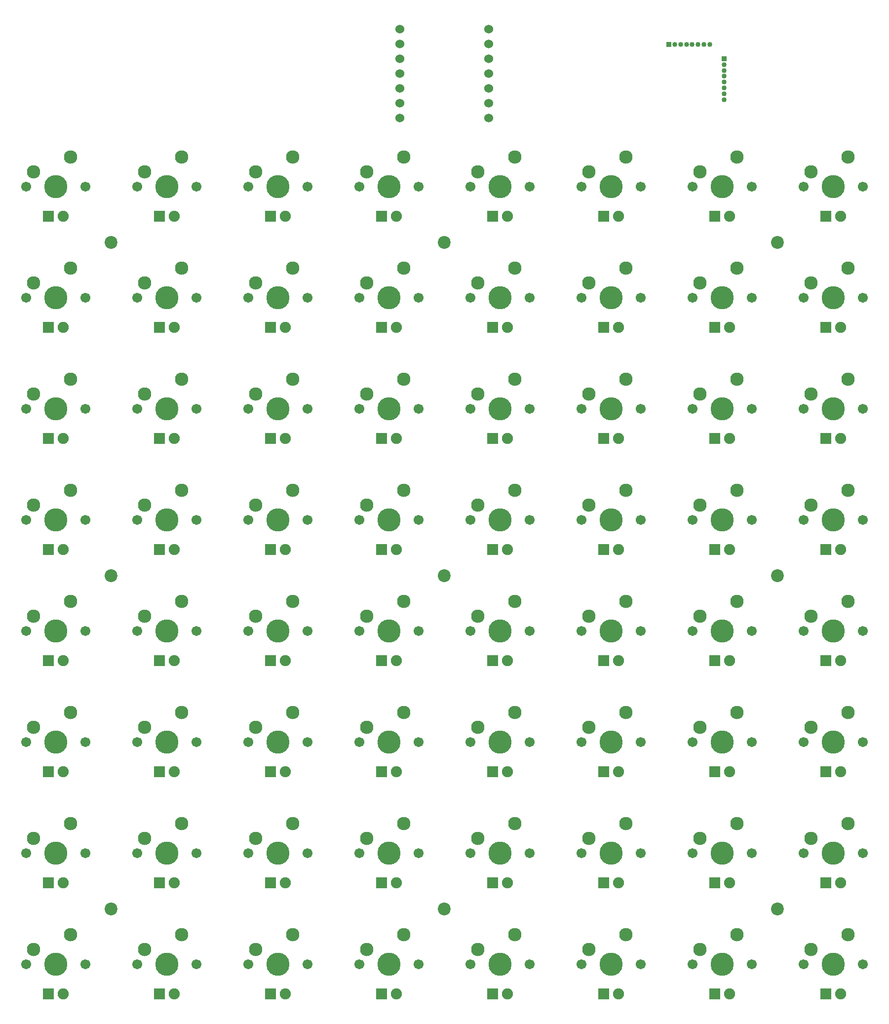
<source format=gbs>
%TF.GenerationSoftware,KiCad,Pcbnew,9.0.2*%
%TF.CreationDate,2025-06-29T11:42:18-07:00*%
%TF.ProjectId,Grid64_v3,47726964-3634-45f7-9633-2e6b69636164,rev?*%
%TF.SameCoordinates,Original*%
%TF.FileFunction,Soldermask,Bot*%
%TF.FilePolarity,Negative*%
%FSLAX46Y46*%
G04 Gerber Fmt 4.6, Leading zero omitted, Abs format (unit mm)*
G04 Created by KiCad (PCBNEW 9.0.2) date 2025-06-29 11:42:18*
%MOMM*%
%LPD*%
G01*
G04 APERTURE LIST*
%ADD10R,1.905000X1.905000*%
%ADD11C,1.905000*%
%ADD12C,1.701800*%
%ADD13C,3.987800*%
%ADD14C,2.300000*%
%ADD15R,0.850000X0.850000*%
%ADD16C,0.850000*%
%ADD17C,2.200000*%
%ADD18C,1.524000*%
G04 APERTURE END LIST*
D10*
%TO.C,L14*%
X134778800Y-86201200D03*
D11*
X137318800Y-86201200D03*
%TD*%
D12*
%TO.C,S60*%
X92868800Y-195421200D03*
D13*
X97948800Y-195421200D03*
D12*
X103028800Y-195421200D03*
D14*
X94138800Y-192881200D03*
X100488800Y-190341200D03*
%TD*%
D12*
%TO.C,S22*%
X130968800Y-100171200D03*
D13*
X136048800Y-100171200D03*
D12*
X141128800Y-100171200D03*
D14*
X132238800Y-97631200D03*
X138588800Y-95091200D03*
%TD*%
D12*
%TO.C,S38*%
X130968800Y-138271200D03*
D13*
X136048800Y-138271200D03*
D12*
X141128800Y-138271200D03*
D14*
X132238800Y-135731200D03*
X138588800Y-133191200D03*
%TD*%
D10*
%TO.C,L52*%
X96678800Y-181451200D03*
D11*
X99218800Y-181451200D03*
%TD*%
D12*
%TO.C,S43*%
X73818800Y-157321200D03*
D13*
X78898800Y-157321200D03*
D12*
X83978800Y-157321200D03*
D14*
X75088800Y-154781200D03*
X81438800Y-152241200D03*
%TD*%
D10*
%TO.C,L22*%
X134778800Y-105251200D03*
D11*
X137318800Y-105251200D03*
%TD*%
D12*
%TO.C,S8*%
X169068800Y-62071200D03*
D13*
X174148800Y-62071200D03*
D12*
X179228800Y-62071200D03*
D14*
X170338800Y-59531200D03*
X176688800Y-56991200D03*
%TD*%
D12*
%TO.C,S35*%
X73818800Y-138271200D03*
D13*
X78898800Y-138271200D03*
D12*
X83978800Y-138271200D03*
D14*
X75088800Y-135731200D03*
X81438800Y-133191200D03*
%TD*%
D12*
%TO.C,S49*%
X35718800Y-176371200D03*
D13*
X40798800Y-176371200D03*
D12*
X45878800Y-176371200D03*
D14*
X36988800Y-173831200D03*
X43338800Y-171291200D03*
%TD*%
D10*
%TO.C,L64*%
X172878800Y-200501200D03*
D11*
X175418800Y-200501200D03*
%TD*%
D12*
%TO.C,S9*%
X35718800Y-81121200D03*
D13*
X40798800Y-81121200D03*
D12*
X45878800Y-81121200D03*
D14*
X36988800Y-78581200D03*
X43338800Y-76041200D03*
%TD*%
D15*
%TO.C,J3*%
X155473725Y-40115000D03*
D16*
X155473725Y-41115000D03*
X155473725Y-42115000D03*
X155473725Y-43115000D03*
X155473725Y-44115000D03*
X155473725Y-45115000D03*
X155473725Y-46115000D03*
X155473725Y-47115000D03*
%TD*%
D10*
%TO.C,L26*%
X58578800Y-124301200D03*
D11*
X61118800Y-124301200D03*
%TD*%
D10*
%TO.C,L44*%
X96678800Y-162401200D03*
D11*
X99218800Y-162401200D03*
%TD*%
D12*
%TO.C,S5*%
X111918800Y-62071200D03*
D13*
X116998800Y-62071200D03*
D12*
X122078800Y-62071200D03*
D14*
X113188800Y-59531200D03*
X119538800Y-56991200D03*
%TD*%
D17*
%TO.C,H5*%
X107473800Y-128746200D03*
%TD*%
D10*
%TO.C,L7*%
X153828800Y-67151200D03*
D11*
X156368800Y-67151200D03*
%TD*%
D17*
%TO.C,H1*%
X50323800Y-71596200D03*
%TD*%
D10*
%TO.C,L6*%
X134778800Y-67151200D03*
D11*
X137318800Y-67151200D03*
%TD*%
D17*
%TO.C,H3*%
X164623800Y-71596200D03*
%TD*%
D10*
%TO.C,L51*%
X77628800Y-181451200D03*
D11*
X80168800Y-181451200D03*
%TD*%
D12*
%TO.C,S27*%
X73818800Y-119221200D03*
D13*
X78898800Y-119221200D03*
D12*
X83978800Y-119221200D03*
D14*
X75088800Y-116681200D03*
X81438800Y-114141200D03*
%TD*%
D12*
%TO.C,S12*%
X92868800Y-81121200D03*
D13*
X97948800Y-81121200D03*
D12*
X103028800Y-81121200D03*
D14*
X94138800Y-78581200D03*
X100488800Y-76041200D03*
%TD*%
D10*
%TO.C,L31*%
X153828800Y-124301200D03*
D11*
X156368800Y-124301200D03*
%TD*%
D10*
%TO.C,L55*%
X153828800Y-181451200D03*
D11*
X156368800Y-181451200D03*
%TD*%
D10*
%TO.C,L60*%
X96678800Y-200501200D03*
D11*
X99218800Y-200501200D03*
%TD*%
D12*
%TO.C,S40*%
X169068800Y-138271200D03*
D13*
X174148800Y-138271200D03*
D12*
X179228800Y-138271200D03*
D14*
X170338800Y-135731200D03*
X176688800Y-133191200D03*
%TD*%
D10*
%TO.C,L61*%
X115728800Y-200501200D03*
D11*
X118268800Y-200501200D03*
%TD*%
D12*
%TO.C,S17*%
X35718800Y-100171200D03*
D13*
X40798800Y-100171200D03*
D12*
X45878800Y-100171200D03*
D14*
X36988800Y-97631200D03*
X43338800Y-95091200D03*
%TD*%
D10*
%TO.C,L58*%
X58578800Y-200501200D03*
D11*
X61118800Y-200501200D03*
%TD*%
D12*
%TO.C,S18*%
X54768800Y-100171200D03*
D13*
X59848800Y-100171200D03*
D12*
X64928800Y-100171200D03*
D14*
X56038800Y-97631200D03*
X62388800Y-95091200D03*
%TD*%
D12*
%TO.C,S16*%
X169068800Y-81121200D03*
D13*
X174148800Y-81121200D03*
D12*
X179228800Y-81121200D03*
D14*
X170338800Y-78581200D03*
X176688800Y-76041200D03*
%TD*%
D10*
%TO.C,L3*%
X77628800Y-67151200D03*
D11*
X80168800Y-67151200D03*
%TD*%
D12*
%TO.C,S25*%
X35718800Y-119221200D03*
D13*
X40798800Y-119221200D03*
D12*
X45878800Y-119221200D03*
D14*
X36988800Y-116681200D03*
X43338800Y-114141200D03*
%TD*%
D12*
%TO.C,S61*%
X111918800Y-195421200D03*
D13*
X116998800Y-195421200D03*
D12*
X122078800Y-195421200D03*
D14*
X113188800Y-192881200D03*
X119538800Y-190341200D03*
%TD*%
D12*
%TO.C,S58*%
X54768800Y-195421200D03*
D13*
X59848800Y-195421200D03*
D12*
X64928800Y-195421200D03*
D14*
X56038800Y-192881200D03*
X62388800Y-190341200D03*
%TD*%
D12*
%TO.C,S31*%
X150018800Y-119221200D03*
D13*
X155098800Y-119221200D03*
D12*
X160178800Y-119221200D03*
D14*
X151288800Y-116681200D03*
X157638800Y-114141200D03*
%TD*%
D10*
%TO.C,L1*%
X39528800Y-67151200D03*
D11*
X42068800Y-67151200D03*
%TD*%
D10*
%TO.C,L8*%
X172878800Y-67151200D03*
D11*
X175418800Y-67151200D03*
%TD*%
D10*
%TO.C,L54*%
X134778800Y-181451200D03*
D11*
X137318800Y-181451200D03*
%TD*%
D12*
%TO.C,S32*%
X169068800Y-119221200D03*
D13*
X174148800Y-119221200D03*
D12*
X179228800Y-119221200D03*
D14*
X170338800Y-116681200D03*
X176688800Y-114141200D03*
%TD*%
D12*
%TO.C,S41*%
X35718800Y-157321200D03*
D13*
X40798800Y-157321200D03*
D12*
X45878800Y-157321200D03*
D14*
X36988800Y-154781200D03*
X43338800Y-152241200D03*
%TD*%
D10*
%TO.C,L30*%
X134778800Y-124301200D03*
D11*
X137318800Y-124301200D03*
%TD*%
D10*
%TO.C,L18*%
X58578800Y-105251200D03*
D11*
X61118800Y-105251200D03*
%TD*%
D17*
%TO.C,H2*%
X107473800Y-71596200D03*
%TD*%
%TO.C,H4*%
X50323800Y-128746200D03*
%TD*%
D10*
%TO.C,L9*%
X39528800Y-86201200D03*
D11*
X42068800Y-86201200D03*
%TD*%
D17*
%TO.C,H7*%
X50323800Y-185896200D03*
%TD*%
D10*
%TO.C,L20*%
X96678800Y-105251200D03*
D11*
X99218800Y-105251200D03*
%TD*%
D10*
%TO.C,L34*%
X58578800Y-143351200D03*
D11*
X61118800Y-143351200D03*
%TD*%
D10*
%TO.C,L32*%
X172878800Y-124301200D03*
D11*
X175418800Y-124301200D03*
%TD*%
D10*
%TO.C,L27*%
X77628800Y-124301200D03*
D11*
X80168800Y-124301200D03*
%TD*%
D12*
%TO.C,S51*%
X73818800Y-176371200D03*
D13*
X78898800Y-176371200D03*
D12*
X83978800Y-176371200D03*
D14*
X75088800Y-173831200D03*
X81438800Y-171291200D03*
%TD*%
D10*
%TO.C,L57*%
X39528800Y-200501200D03*
D11*
X42068800Y-200501200D03*
%TD*%
D12*
%TO.C,S7*%
X150018800Y-62071200D03*
D13*
X155098800Y-62071200D03*
D12*
X160178800Y-62071200D03*
D14*
X151288800Y-59531200D03*
X157638800Y-56991200D03*
%TD*%
D12*
%TO.C,S37*%
X111918800Y-138271200D03*
D13*
X116998800Y-138271200D03*
D12*
X122078800Y-138271200D03*
D14*
X113188800Y-135731200D03*
X119538800Y-133191200D03*
%TD*%
D10*
%TO.C,L43*%
X77628800Y-162401200D03*
D11*
X80168800Y-162401200D03*
%TD*%
D12*
%TO.C,S14*%
X130968800Y-81121200D03*
D13*
X136048800Y-81121200D03*
D12*
X141128800Y-81121200D03*
D14*
X132238800Y-78581200D03*
X138588800Y-76041200D03*
%TD*%
D10*
%TO.C,L2*%
X58578800Y-67151200D03*
D11*
X61118800Y-67151200D03*
%TD*%
D12*
%TO.C,S1*%
X35718800Y-62071200D03*
D13*
X40798800Y-62071200D03*
D12*
X45878800Y-62071200D03*
D14*
X36988800Y-59531200D03*
X43338800Y-56991200D03*
%TD*%
D10*
%TO.C,L33*%
X39528800Y-143351200D03*
D11*
X42068800Y-143351200D03*
%TD*%
D10*
%TO.C,L62*%
X134778800Y-200501200D03*
D11*
X137318800Y-200501200D03*
%TD*%
D12*
%TO.C,S34*%
X54768800Y-138271200D03*
D13*
X59848800Y-138271200D03*
D12*
X64928800Y-138271200D03*
D14*
X56038800Y-135731200D03*
X62388800Y-133191200D03*
%TD*%
D12*
%TO.C,S2*%
X54768800Y-62071200D03*
D13*
X59848800Y-62071200D03*
D12*
X64928800Y-62071200D03*
D14*
X56038800Y-59531200D03*
X62388800Y-56991200D03*
%TD*%
D12*
%TO.C,S63*%
X150018800Y-195421200D03*
D13*
X155098800Y-195421200D03*
D12*
X160178800Y-195421200D03*
D14*
X151288800Y-192881200D03*
X157638800Y-190341200D03*
%TD*%
D12*
%TO.C,S20*%
X92868800Y-100171200D03*
D13*
X97948800Y-100171200D03*
D12*
X103028800Y-100171200D03*
D14*
X94138800Y-97631200D03*
X100488800Y-95091200D03*
%TD*%
D12*
%TO.C,S13*%
X111918800Y-81121200D03*
D13*
X116998800Y-81121200D03*
D12*
X122078800Y-81121200D03*
D14*
X113188800Y-78581200D03*
X119538800Y-76041200D03*
%TD*%
D10*
%TO.C,L41*%
X39528800Y-162401200D03*
D11*
X42068800Y-162401200D03*
%TD*%
D10*
%TO.C,L19*%
X77628800Y-105251200D03*
D11*
X80168800Y-105251200D03*
%TD*%
D10*
%TO.C,L42*%
X58578800Y-162401200D03*
D11*
X61118800Y-162401200D03*
%TD*%
D12*
%TO.C,S3*%
X73818800Y-62071200D03*
D13*
X78898800Y-62071200D03*
D12*
X83978800Y-62071200D03*
D14*
X75088800Y-59531200D03*
X81438800Y-56991200D03*
%TD*%
D10*
%TO.C,L5*%
X115728800Y-67151200D03*
D11*
X118268800Y-67151200D03*
%TD*%
D10*
%TO.C,L11*%
X77628800Y-86201200D03*
D11*
X80168800Y-86201200D03*
%TD*%
D10*
%TO.C,L49*%
X39528800Y-181451200D03*
D11*
X42068800Y-181451200D03*
%TD*%
D10*
%TO.C,L16*%
X172878800Y-86201200D03*
D11*
X175418800Y-86201200D03*
%TD*%
D15*
%TO.C,J4*%
X145973725Y-37615000D03*
D16*
X146973725Y-37615000D03*
X147973725Y-37615000D03*
X148973725Y-37615000D03*
X149973725Y-37615000D03*
X150973725Y-37615000D03*
X151973725Y-37615000D03*
X152973725Y-37615000D03*
%TD*%
D10*
%TO.C,L24*%
X172878800Y-105251200D03*
D11*
X175418800Y-105251200D03*
%TD*%
D12*
%TO.C,S56*%
X169068800Y-176371200D03*
D13*
X174148800Y-176371200D03*
D12*
X179228800Y-176371200D03*
D14*
X170338800Y-173831200D03*
X176688800Y-171291200D03*
%TD*%
D12*
%TO.C,S52*%
X92868800Y-176371200D03*
D13*
X97948800Y-176371200D03*
D12*
X103028800Y-176371200D03*
D14*
X94138800Y-173831200D03*
X100488800Y-171291200D03*
%TD*%
D12*
%TO.C,S23*%
X150018800Y-100171200D03*
D13*
X155098800Y-100171200D03*
D12*
X160178800Y-100171200D03*
D14*
X151288800Y-97631200D03*
X157638800Y-95091200D03*
%TD*%
D10*
%TO.C,L50*%
X58578800Y-181451200D03*
D11*
X61118800Y-181451200D03*
%TD*%
D10*
%TO.C,L10*%
X58578800Y-86201200D03*
D11*
X61118800Y-86201200D03*
%TD*%
D10*
%TO.C,L29*%
X115728800Y-124301200D03*
D11*
X118268800Y-124301200D03*
%TD*%
D12*
%TO.C,S55*%
X150018800Y-176371200D03*
D13*
X155098800Y-176371200D03*
D12*
X160178800Y-176371200D03*
D14*
X151288800Y-173831200D03*
X157638800Y-171291200D03*
%TD*%
D10*
%TO.C,L45*%
X115728800Y-162401200D03*
D11*
X118268800Y-162401200D03*
%TD*%
D12*
%TO.C,S36*%
X92868800Y-138271200D03*
D13*
X97948800Y-138271200D03*
D12*
X103028800Y-138271200D03*
D14*
X94138800Y-135731200D03*
X100488800Y-133191200D03*
%TD*%
D12*
%TO.C,S64*%
X169068800Y-195421200D03*
D13*
X174148800Y-195421200D03*
D12*
X179228800Y-195421200D03*
D14*
X170338800Y-192881200D03*
X176688800Y-190341200D03*
%TD*%
D12*
%TO.C,S39*%
X150018800Y-138271200D03*
D13*
X155098800Y-138271200D03*
D12*
X160178800Y-138271200D03*
D14*
X151288800Y-135731200D03*
X157638800Y-133191200D03*
%TD*%
D12*
%TO.C,S29*%
X111918800Y-119221200D03*
D13*
X116998800Y-119221200D03*
D12*
X122078800Y-119221200D03*
D14*
X113188800Y-116681200D03*
X119538800Y-114141200D03*
%TD*%
D12*
%TO.C,S57*%
X35718800Y-195421200D03*
D13*
X40798800Y-195421200D03*
D12*
X45878800Y-195421200D03*
D14*
X36988800Y-192881200D03*
X43338800Y-190341200D03*
%TD*%
D10*
%TO.C,L37*%
X115728800Y-143351200D03*
D11*
X118268800Y-143351200D03*
%TD*%
D12*
%TO.C,S19*%
X73818800Y-100171200D03*
D13*
X78898800Y-100171200D03*
D12*
X83978800Y-100171200D03*
D14*
X75088800Y-97631200D03*
X81438800Y-95091200D03*
%TD*%
D10*
%TO.C,L48*%
X172878800Y-162401200D03*
D11*
X175418800Y-162401200D03*
%TD*%
D10*
%TO.C,L13*%
X115728800Y-86201200D03*
D11*
X118268800Y-86201200D03*
%TD*%
D17*
%TO.C,H8*%
X107473800Y-185896200D03*
%TD*%
D12*
%TO.C,S30*%
X130968800Y-119221200D03*
D13*
X136048800Y-119221200D03*
D12*
X141128800Y-119221200D03*
D14*
X132238800Y-116681200D03*
X138588800Y-114141200D03*
%TD*%
D12*
%TO.C,S24*%
X169068800Y-100171200D03*
D13*
X174148800Y-100171200D03*
D12*
X179228800Y-100171200D03*
D14*
X170338800Y-97631200D03*
X176688800Y-95091200D03*
%TD*%
D10*
%TO.C,L15*%
X153828800Y-86201200D03*
D11*
X156368800Y-86201200D03*
%TD*%
D12*
%TO.C,S47*%
X150018800Y-157321200D03*
D13*
X155098800Y-157321200D03*
D12*
X160178800Y-157321200D03*
D14*
X151288800Y-154781200D03*
X157638800Y-152241200D03*
%TD*%
D10*
%TO.C,L39*%
X153828800Y-143351200D03*
D11*
X156368800Y-143351200D03*
%TD*%
D10*
%TO.C,L35*%
X77628800Y-143351200D03*
D11*
X80168800Y-143351200D03*
%TD*%
D12*
%TO.C,S59*%
X73818800Y-195421200D03*
D13*
X78898800Y-195421200D03*
D12*
X83978800Y-195421200D03*
D14*
X75088800Y-192881200D03*
X81438800Y-190341200D03*
%TD*%
D12*
%TO.C,S62*%
X130968800Y-195421200D03*
D13*
X136048800Y-195421200D03*
D12*
X141128800Y-195421200D03*
D14*
X132238800Y-192881200D03*
X138588800Y-190341200D03*
%TD*%
D12*
%TO.C,S15*%
X150018800Y-81121200D03*
D13*
X155098800Y-81121200D03*
D12*
X160178800Y-81121200D03*
D14*
X151288800Y-78581200D03*
X157638800Y-76041200D03*
%TD*%
D12*
%TO.C,S46*%
X130968800Y-157321200D03*
D13*
X136048800Y-157321200D03*
D12*
X141128800Y-157321200D03*
D14*
X132238800Y-154781200D03*
X138588800Y-152241200D03*
%TD*%
D17*
%TO.C,H6*%
X164623800Y-128746200D03*
%TD*%
D12*
%TO.C,S4*%
X92868800Y-62071200D03*
D13*
X97948800Y-62071200D03*
D12*
X103028800Y-62071200D03*
D14*
X94138800Y-59531200D03*
X100488800Y-56991200D03*
%TD*%
D12*
%TO.C,S21*%
X111918800Y-100171200D03*
D13*
X116998800Y-100171200D03*
D12*
X122078800Y-100171200D03*
D14*
X113188800Y-97631200D03*
X119538800Y-95091200D03*
%TD*%
D12*
%TO.C,S28*%
X92868800Y-119221200D03*
D13*
X97948800Y-119221200D03*
D12*
X103028800Y-119221200D03*
D14*
X94138800Y-116681200D03*
X100488800Y-114141200D03*
%TD*%
D12*
%TO.C,S44*%
X92868800Y-157321200D03*
D13*
X97948800Y-157321200D03*
D12*
X103028800Y-157321200D03*
D14*
X94138800Y-154781200D03*
X100488800Y-152241200D03*
%TD*%
D10*
%TO.C,L59*%
X77628800Y-200501200D03*
D11*
X80168800Y-200501200D03*
%TD*%
D10*
%TO.C,L47*%
X153828800Y-162401200D03*
D11*
X156368800Y-162401200D03*
%TD*%
D10*
%TO.C,L40*%
X172878800Y-143351200D03*
D11*
X175418800Y-143351200D03*
%TD*%
D12*
%TO.C,S48*%
X169068800Y-157321200D03*
D13*
X174148800Y-157321200D03*
D12*
X179228800Y-157321200D03*
D14*
X170338800Y-154781200D03*
X176688800Y-152241200D03*
%TD*%
D12*
%TO.C,S33*%
X35718800Y-138271200D03*
D13*
X40798800Y-138271200D03*
D12*
X45878800Y-138271200D03*
D14*
X36988800Y-135731200D03*
X43338800Y-133191200D03*
%TD*%
D10*
%TO.C,L28*%
X96678800Y-124301200D03*
D11*
X99218800Y-124301200D03*
%TD*%
D10*
%TO.C,L25*%
X39528800Y-124301200D03*
D11*
X42068800Y-124301200D03*
%TD*%
D10*
%TO.C,L12*%
X96678800Y-86201200D03*
D11*
X99218800Y-86201200D03*
%TD*%
D12*
%TO.C,S10*%
X54768800Y-81121200D03*
D13*
X59848800Y-81121200D03*
D12*
X64928800Y-81121200D03*
D14*
X56038800Y-78581200D03*
X62388800Y-76041200D03*
%TD*%
D12*
%TO.C,S45*%
X111918800Y-157321200D03*
D13*
X116998800Y-157321200D03*
D12*
X122078800Y-157321200D03*
D14*
X113188800Y-154781200D03*
X119538800Y-152241200D03*
%TD*%
D12*
%TO.C,S53*%
X111918800Y-176371200D03*
D13*
X116998800Y-176371200D03*
D12*
X122078800Y-176371200D03*
D14*
X113188800Y-173831200D03*
X119538800Y-171291200D03*
%TD*%
D10*
%TO.C,L53*%
X115728800Y-181451200D03*
D11*
X118268800Y-181451200D03*
%TD*%
D12*
%TO.C,S54*%
X130968800Y-176371200D03*
D13*
X136048800Y-176371200D03*
D12*
X141128800Y-176371200D03*
D14*
X132238800Y-173831200D03*
X138588800Y-171291200D03*
%TD*%
D10*
%TO.C,L56*%
X172878800Y-181451200D03*
D11*
X175418800Y-181451200D03*
%TD*%
D12*
%TO.C,S11*%
X73818800Y-81121200D03*
D13*
X78898800Y-81121200D03*
D12*
X83978800Y-81121200D03*
D14*
X75088800Y-78581200D03*
X81438800Y-76041200D03*
%TD*%
D10*
%TO.C,L46*%
X134778800Y-162401200D03*
D11*
X137318800Y-162401200D03*
%TD*%
D12*
%TO.C,S42*%
X54768800Y-157321200D03*
D13*
X59848800Y-157321200D03*
D12*
X64928800Y-157321200D03*
D14*
X56038800Y-154781200D03*
X62388800Y-152241200D03*
%TD*%
D12*
%TO.C,S26*%
X54768800Y-119221200D03*
D13*
X59848800Y-119221200D03*
D12*
X64928800Y-119221200D03*
D14*
X56038800Y-116681200D03*
X62388800Y-114141200D03*
%TD*%
D10*
%TO.C,L23*%
X153828800Y-105251200D03*
D11*
X156368800Y-105251200D03*
%TD*%
D17*
%TO.C,H9*%
X164623800Y-185896200D03*
%TD*%
D10*
%TO.C,L21*%
X115728800Y-105251200D03*
D11*
X118268800Y-105251200D03*
%TD*%
D10*
%TO.C,L63*%
X153828800Y-200501200D03*
D11*
X156368800Y-200501200D03*
%TD*%
D10*
%TO.C,L36*%
X96678800Y-143351200D03*
D11*
X99218800Y-143351200D03*
%TD*%
D10*
%TO.C,L17*%
X39528800Y-105251200D03*
D11*
X42068800Y-105251200D03*
%TD*%
D18*
%TO.C,U1*%
X99853725Y-34995000D03*
X99853725Y-37535000D03*
X99853725Y-40075000D03*
X99853725Y-42615000D03*
X99853725Y-45155000D03*
X99853725Y-47695000D03*
X99853725Y-50235000D03*
X115093725Y-50235000D03*
X115093725Y-47695000D03*
X115093725Y-45155000D03*
X115093725Y-42615000D03*
X115093725Y-40075000D03*
X115093725Y-37535000D03*
X115093725Y-34995000D03*
%TD*%
D10*
%TO.C,L38*%
X134778800Y-143351200D03*
D11*
X137318800Y-143351200D03*
%TD*%
D12*
%TO.C,S6*%
X130968800Y-62071200D03*
D13*
X136048800Y-62071200D03*
D12*
X141128800Y-62071200D03*
D14*
X132238800Y-59531200D03*
X138588800Y-56991200D03*
%TD*%
D12*
%TO.C,S50*%
X54768800Y-176371200D03*
D13*
X59848800Y-176371200D03*
D12*
X64928800Y-176371200D03*
D14*
X56038800Y-173831200D03*
X62388800Y-171291200D03*
%TD*%
D10*
%TO.C,L4*%
X96678800Y-67151200D03*
D11*
X99218800Y-67151200D03*
%TD*%
M02*

</source>
